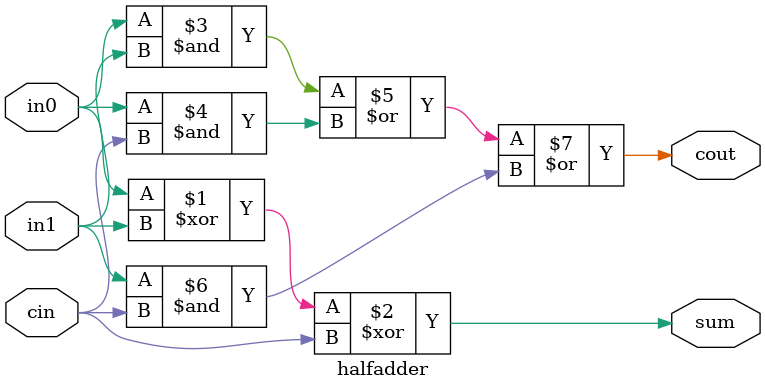
<source format=v>
module halfadder(
    input in0, in1, cin,
    output sum, cout
    );

    assign sum = in0 ^ in1 ^ cin;
    assign cout = in0 & in1 | in0 & cin | in1 & cin;

endmodule
</source>
